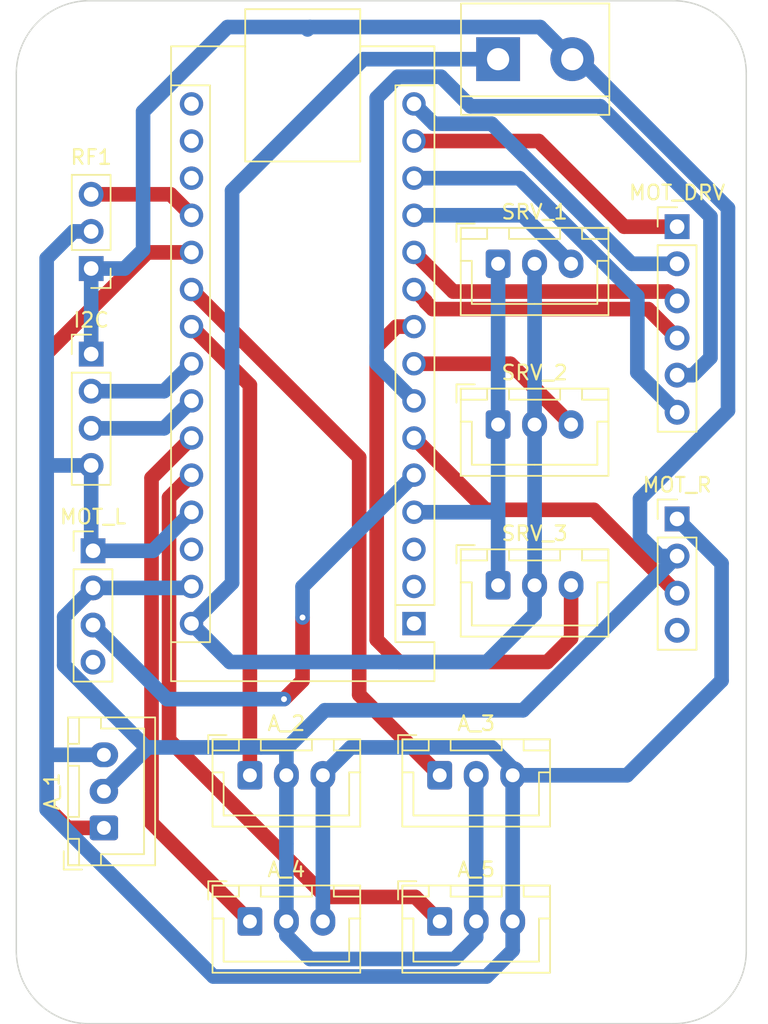
<source format=kicad_pcb>
(kicad_pcb (version 20221018) (generator pcbnew)
  (layers (0 "F.Cu" signal) (31 "B.Cu" signal) (34 "B.Paste" user) (35 "F.Paste" user) (36 "B.SilkS" user "B.Silkscreen") (37 "F.SilkS" user "F.Silkscreen") (38 "B.Mask" user) (39 "F.Mask" user) (44 "Edge.Cuts" user))
  (net 0 "")
  (net 4 "GND")
  (net 5 "ENC_L")
  (net 6 "ENC_R")
  (net 7 "INB_L")
  (net 8 "PWM_L")
  (net 9 "PWM_R")
  (net 10 "INB_R")
  (net 11 "INA_R")
  (net 12 "PWM_0")
  (net 13 "PWM_1")
  (net 14 "PWM_2")
  (net 15 "INA_L")
  (net 19 "PPM")
  (net 20 "A_0")
  (net 21 "A_1")
  (net 22 "A_2")
  (net 23 "SDA")
  (net 24 "SCL")
  (net 25 "A_3")
  (net 26 "A_4")
  (net 27 "+5V")
  (net 29 "VDC")
  (footprint "Connector_PinHeader_2.54mm:PinHeader_1x04_P2.54mm_Vertical" (layer "F.Cu") (at 135.128 74.178)
    (fp_text reference "I2C" (at 0 -2.33) (layer "F.SilkS"))
    (fp_text value "Conn_01x04_Pin")
    (fp_line (start -1.33 -1.33) (end 0 -1.33) (stroke (width 0.12)) (layer "F.SilkS"))
    (fp_line (start -1.33 0) (end -1.33 -1.33) (stroke (width 0.12)) (layer "F.SilkS"))
    (fp_line (start -1.33 1.27) (end -1.33 8.95) (stroke (width 0.12)) (layer "F.SilkS"))
    (fp_line (start -1.33 1.27) (end 1.33 1.27) (stroke (width 0.12)) (layer "F.SilkS"))
    (fp_line (start -1.33 8.95) (end 1.33 8.95) (stroke (width 0.12)) (layer "F.SilkS"))
    (fp_line (start 1.33 1.27) (end 1.33 8.95) (stroke (width 0.12)) (layer "F.SilkS"))
    (pad "1" thru_hole rect (at 0 0) (size 1.7 1.7) (drill 1) (layers "*.Cu" "*.Mask") (net 4 "GND"))
    (pad "2" thru_hole oval (at 0 2.54) (size 1.7 1.7) (drill 1) (layers "*.Cu" "*.Mask") (net 23 "SDA"))
    (pad "3" thru_hole oval (at 0 5.08) (size 1.7 1.7) (drill 1) (layers "*.Cu" "*.Mask") (net 24 "SCL"))
    (pad "4" thru_hole oval (at 0 7.62) (size 1.7 1.7) (drill 1) (layers "*.Cu" "*.Mask") (net 27 "+5V"))
  )
  (footprint "MountingHole:MountingHole_3.2mm_M3" (layer "F.Cu") (at 175 115)
    (fp_text reference "H4" hide)
    (fp_text value "MountingHole")
    (pad "" np_thru_hole circle (at 0 0) (size 3.2 3.2) (drill 3.2) (layers "*.Cu" "*.Mask"))
  )
  (footprint "MountingHole:MountingHole_3.2mm_M3" (layer "F.Cu") (at 175 55)
    (fp_text reference "H2" hide)
    (fp_text value "MountingHole")
    (pad "" np_thru_hole circle (at 0 0) (size 3.2 3.2) (drill 3.2) (layers "*.Cu" "*.Mask"))
  )
  (footprint "Connector_JST:JST_XH_B3B-XH-A_1x03_P2.50mm_Vertical" (layer "F.Cu") (at 163 90)
    (fp_text reference "SRV_3" (at 2.5 -3.55) (layer "F.SilkS"))
    (fp_text value "Conn_01x03")
    (fp_line (start -2.85 -2.75) (end -2.85 -1.5) (stroke (width 0.12)) (layer "F.SilkS"))
    (fp_line (start -2.56 -2.46) (end -2.56 3.51) (stroke (width 0.12)) (layer "F.SilkS"))
    (fp_line (start -2.56 3.51) (end 7.56 3.51) (stroke (width 0.12)) (layer "F.SilkS"))
    (fp_line (start -2.55 -2.45) (end -2.55 -1.7) (stroke (width 0.12)) (layer "F.SilkS"))
    (fp_line (start -2.55 -1.7) (end -0.75 -1.7) (stroke (width 0.12)) (layer "F.SilkS"))
    (fp_line (start -2.55 -0.2) (end -1.8 -0.2) (stroke (width 0.12)) (layer "F.SilkS"))
    (fp_line (start -1.8 -0.2) (end -1.8 2.75) (stroke (width 0.12)) (layer "F.SilkS"))
    (fp_line (start -1.8 2.75) (end 2.5 2.75) (stroke (width 0.12)) (layer "F.SilkS"))
    (fp_line (start -1.6 -2.75) (end -2.85 -2.75) (stroke (width 0.12)) (layer "F.SilkS"))
    (fp_line (start -0.75 -2.45) (end -2.55 -2.45) (stroke (width 0.12)) (layer "F.SilkS"))
    (fp_line (start -0.75 -1.7) (end -0.75 -2.45) (stroke (width 0.12)) (layer "F.SilkS"))
    (fp_line (start 0.75 -2.45) (end 0.75 -1.7) (stroke (width 0.12)) (layer "F.SilkS"))
    (fp_line (start 0.75 -1.7) (end 4.25 -1.7) (stroke (width 0.12)) (layer "F.SilkS"))
    (fp_line (start 4.25 -2.45) (end 0.75 -2.45) (stroke (width 0.12)) (layer "F.SilkS"))
    (fp_line (start 4.25 -1.7) (end 4.25 -2.45) (stroke (width 0.12)) (layer "F.SilkS"))
    (fp_line (start 5.75 -2.45) (end 5.75 -1.7) (stroke (width 0.12)) (layer "F.SilkS"))
    (fp_line (start 5.75 -1.7) (end 7.55 -1.7) (stroke (width 0.12)) (layer "F.SilkS"))
    (fp_line (start 6.8 -0.2) (end 6.8 2.75) (stroke (width 0.12)) (layer "F.SilkS"))
    (fp_line (start 6.8 2.75) (end 2.5 2.75) (stroke (width 0.12)) (layer "F.SilkS"))
    (fp_line (start 7.55 -2.45) (end 5.75 -2.45) (stroke (width 0.12)) (layer "F.SilkS"))
    (fp_line (start 7.55 -1.7) (end 7.55 -2.45) (stroke (width 0.12)) (layer "F.SilkS"))
    (fp_line (start 7.55 -0.2) (end 6.8 -0.2) (stroke (width 0.12)) (layer "F.SilkS"))
    (fp_line (start 7.56 -2.46) (end -2.56 -2.46) (stroke (width 0.12)) (layer "F.SilkS"))
    (fp_line (start 7.56 3.51) (end 7.56 -2.46) (stroke (width 0.12)) (layer "F.SilkS"))
    (pad "1" thru_hole roundrect (at 0 0) (size 1.7 1.95) (drill 0.95) (layers "*.Cu" "*.Mask") (roundrect_rratio 0.147059) (net 4 "GND"))
    (pad "2" thru_hole oval (at 2.5 0) (size 1.7 1.95) (drill 0.95) (layers "*.Cu" "*.Mask") (net 29 "VDC"))
    (pad "3" thru_hole oval (at 5 0) (size 1.7 1.95) (drill 0.95) (layers "*.Cu" "*.Mask") (net 14 "PWM_2"))
  )
  (footprint "Connector_PinHeader_2.54mm:PinHeader_1x03_P2.54mm_Vertical" (layer "F.Cu") (at 135.128 68.326 180)
    (fp_text reference "RF1" (at 0 7.62) (layer "F.SilkS"))
    (fp_text value "Conn_01x03")
    (fp_line (start -1.33 -1.33) (end 0 -1.33) (stroke (width 0.12)) (layer "F.SilkS"))
    (fp_line (start -1.33 0) (end -1.33 -1.33) (stroke (width 0.12)) (layer "F.SilkS"))
    (fp_line (start -1.33 1.27) (end -1.33 6.41) (stroke (width 0.12)) (layer "F.SilkS"))
    (fp_line (start -1.33 1.27) (end 1.33 1.27) (stroke (width 0.12)) (layer "F.SilkS"))
    (fp_line (start -1.33 6.41) (end 1.33 6.41) (stroke (width 0.12)) (layer "F.SilkS"))
    (fp_line (start 1.33 1.27) (end 1.33 6.41) (stroke (width 0.12)) (layer "F.SilkS"))
    (pad "1" thru_hole rect (at 0 0 180) (size 1.7 1.7) (drill 1) (layers "*.Cu" "*.Mask") (net 4 "GND"))
    (pad "2" thru_hole oval (at 0 2.54 180) (size 1.7 1.7) (drill 1) (layers "*.Cu" "*.Mask") (net 27 "+5V"))
    (pad "3" thru_hole oval (at 0 5.08 180) (size 1.7 1.7) (drill 1) (layers "*.Cu" "*.Mask") (net 19 "PPM"))
  )
  (footprint "Connector_PinHeader_2.54mm:PinHeader_1x06_P2.54mm_Vertical" (layer "F.Cu") (at 175.26 65.46)
    (fp_text reference "MOT_DRV" (at 0 -2.33) (layer "F.SilkS"))
    (fp_text value "Conn_01x06_Pin")
    (fp_line (start -1.33 -1.33) (end 0 -1.33) (stroke (width 0.12)) (layer "F.SilkS"))
    (fp_line (start -1.33 0) (end -1.33 -1.33) (stroke (width 0.12)) (layer "F.SilkS"))
    (fp_line (start -1.33 1.27) (end -1.33 14.03) (stroke (width 0.12)) (layer "F.SilkS"))
    (fp_line (start -1.33 1.27) (end 1.33 1.27) (stroke (width 0.12)) (layer "F.SilkS"))
    (fp_line (start -1.33 14.03) (end 1.33 14.03) (stroke (width 0.12)) (layer "F.SilkS"))
    (fp_line (start 1.33 1.27) (end 1.33 14.03) (stroke (width 0.12)) (layer "F.SilkS"))
    (pad "1" thru_hole rect (at 0 0) (size 1.7 1.7) (drill 1) (layers "*.Cu" "*.Mask") (net 8 "PWM_L"))
    (pad "2" thru_hole oval (at 0 2.54) (size 1.7 1.7) (drill 1) (layers "*.Cu" "*.Mask") (net 15 "INA_L"))
    (pad "3" thru_hole oval (at 0 5.08) (size 1.7 1.7) (drill 1) (layers "*.Cu" "*.Mask") (net 7 "INB_L"))
    (pad "4" thru_hole oval (at 0 7.62) (size 1.7 1.7) (drill 1) (layers "*.Cu" "*.Mask") (net 11 "INA_R"))
    (pad "5" thru_hole oval (at 0 10.16) (size 1.7 1.7) (drill 1) (layers "*.Cu" "*.Mask") (net 10 "INB_R"))
    (pad "6" thru_hole oval (at 0 12.7) (size 1.7 1.7) (drill 1) (layers "*.Cu" "*.Mask") (net 9 "PWM_R"))
  )
  (footprint "Connector_JST:JST_XH_B3B-XH-A_1x03_P2.50mm_Vertical" (layer "F.Cu") (at 146 103)
    (fp_text reference "A_2" (at 2.5 -3.55) (layer "F.SilkS"))
    (fp_text value "Conn_01x03")
    (fp_line (start -2.85 -2.75) (end -2.85 -1.5) (stroke (width 0.12)) (layer "F.SilkS"))
    (fp_line (start -2.56 -2.46) (end -2.56 3.51) (stroke (width 0.12)) (layer "F.SilkS"))
    (fp_line (start -2.56 3.51) (end 7.56 3.51) (stroke (width 0.12)) (layer "F.SilkS"))
    (fp_line (start -2.55 -2.45) (end -2.55 -1.7) (stroke (width 0.12)) (layer "F.SilkS"))
    (fp_line (start -2.55 -1.7) (end -0.75 -1.7) (stroke (width 0.12)) (layer "F.SilkS"))
    (fp_line (start -2.55 -0.2) (end -1.8 -0.2) (stroke (width 0.12)) (layer "F.SilkS"))
    (fp_line (start -1.8 -0.2) (end -1.8 2.75) (stroke (width 0.12)) (layer "F.SilkS"))
    (fp_line (start -1.8 2.75) (end 2.5 2.75) (stroke (width 0.12)) (layer "F.SilkS"))
    (fp_line (start -1.6 -2.75) (end -2.85 -2.75) (stroke (width 0.12)) (layer "F.SilkS"))
    (fp_line (start -0.75 -2.45) (end -2.55 -2.45) (stroke (width 0.12)) (layer "F.SilkS"))
    (fp_line (start -0.75 -1.7) (end -0.75 -2.45) (stroke (width 0.12)) (layer "F.SilkS"))
    (fp_line (start 0.75 -2.45) (end 0.75 -1.7) (stroke (width 0.12)) (layer "F.SilkS"))
    (fp_line (start 0.75 -1.7) (end 4.25 -1.7) (stroke (width 0.12)) (layer "F.SilkS"))
    (fp_line (start 4.25 -2.45) (end 0.75 -2.45) (stroke (width 0.12)) (layer "F.SilkS"))
    (fp_line (start 4.25 -1.7) (end 4.25 -2.45) (stroke (width 0.12)) (layer "F.SilkS"))
    (fp_line (start 5.75 -2.45) (end 5.75 -1.7) (stroke (width 0.12)) (layer "F.SilkS"))
    (fp_line (start 5.75 -1.7) (end 7.55 -1.7) (stroke (width 0.12)) (layer "F.SilkS"))
    (fp_line (start 6.8 -0.2) (end 6.8 2.75) (stroke (width 0.12)) (layer "F.SilkS"))
    (fp_line (start 6.8 2.75) (end 2.5 2.75) (stroke (width 0.12)) (layer "F.SilkS"))
    (fp_line (start 7.55 -2.45) (end 5.75 -2.45) (stroke (width 0.12)) (layer "F.SilkS"))
    (fp_line (start 7.55 -1.7) (end 7.55 -2.45) (stroke (width 0.12)) (layer "F.SilkS"))
    (fp_line (start 7.55 -0.2) (end 6.8 -0.2) (stroke (width 0.12)) (layer "F.SilkS"))
    (fp_line (start 7.56 -2.46) (end -2.56 -2.46) (stroke (width 0.12)) (layer "F.SilkS"))
    (fp_line (start 7.56 3.51) (end 7.56 -2.46) (stroke (width 0.12)) (layer "F.SilkS"))
    (pad "1" thru_hole roundrect (at 0 0) (size 1.7 1.95) (drill 0.95) (layers "*.Cu" "*.Mask") (roundrect_rratio 0.147059) (net 21 "A_1"))
    (pad "2" thru_hole oval (at 2.5 0) (size 1.7 1.95) (drill 0.95) (layers "*.Cu" "*.Mask") (net 4 "GND"))
    (pad "3" thru_hole oval (at 5 0) (size 1.7 1.95) (drill 0.95) (layers "*.Cu" "*.Mask") (net 27 "+5V"))
  )
  (footprint "Connector_JST:JST_XH_B3B-XH-A_1x03_P2.50mm_Vertical" (layer "F.Cu") (at 159 103)
    (fp_text reference "A_3" (at 2.5 -3.55) (layer "F.SilkS"))
    (fp_text value "Conn_01x03")
    (fp_line (start -2.85 -2.75) (end -2.85 -1.5) (stroke (width 0.12)) (layer "F.SilkS"))
    (fp_line (start -2.56 -2.46) (end -2.56 3.51) (stroke (width 0.12)) (layer "F.SilkS"))
    (fp_line (start -2.56 3.51) (end 7.56 3.51) (stroke (width 0.12)) (layer "F.SilkS"))
    (fp_line (start -2.55 -2.45) (end -2.55 -1.7) (stroke (width 0.12)) (layer "F.SilkS"))
    (fp_line (start -2.55 -1.7) (end -0.75 -1.7) (stroke (width 0.12)) (layer "F.SilkS"))
    (fp_line (start -2.55 -0.2) (end -1.8 -0.2) (stroke (width 0.12)) (layer "F.SilkS"))
    (fp_line (start -1.8 -0.2) (end -1.8 2.75) (stroke (width 0.12)) (layer "F.SilkS"))
    (fp_line (start -1.8 2.75) (end 2.5 2.75) (stroke (width 0.12)) (layer "F.SilkS"))
    (fp_line (start -1.6 -2.75) (end -2.85 -2.75) (stroke (width 0.12)) (layer "F.SilkS"))
    (fp_line (start -0.75 -2.45) (end -2.55 -2.45) (stroke (width 0.12)) (layer "F.SilkS"))
    (fp_line (start -0.75 -1.7) (end -0.75 -2.45) (stroke (width 0.12)) (layer "F.SilkS"))
    (fp_line (start 0.75 -2.45) (end 0.75 -1.7) (stroke (width 0.12)) (layer "F.SilkS"))
    (fp_line (start 0.75 -1.7) (end 4.25 -1.7) (stroke (width 0.12)) (layer "F.SilkS"))
    (fp_line (start 4.25 -2.45) (end 0.75 -2.45) (stroke (width 0.12)) (layer "F.SilkS"))
    (fp_line (start 4.25 -1.7) (end 4.25 -2.45) (stroke (width 0.12)) (layer "F.SilkS"))
    (fp_line (start 5.75 -2.45) (end 5.75 -1.7) (stroke (width 0.12)) (layer "F.SilkS"))
    (fp_line (start 5.75 -1.7) (end 7.55 -1.7) (stroke (width 0.12)) (layer "F.SilkS"))
    (fp_line (start 6.8 -0.2) (end 6.8 2.75) (stroke (width 0.12)) (layer "F.SilkS"))
    (fp_line (start 6.8 2.75) (end 2.5 2.75) (stroke (width 0.12)) (layer "F.SilkS"))
    (fp_line (start 7.55 -2.45) (end 5.75 -2.45) (stroke (width 0.12)) (layer "F.SilkS"))
    (fp_line (start 7.55 -1.7) (end 7.55 -2.45) (stroke (width 0.12)) (layer "F.SilkS"))
    (fp_line (start 7.55 -0.2) (end 6.8 -0.2) (stroke (width 0.12)) (layer "F.SilkS"))
    (fp_line (start 7.56 -2.46) (end -2.56 -2.46) (stroke (width 0.12)) (layer "F.SilkS"))
    (fp_line (start 7.56 3.51) (end 7.56 -2.46) (stroke (width 0.12)) (layer "F.SilkS"))
    (pad "1" thru_hole roundrect (at 0 0) (size 1.7 1.95) (drill 0.95) (layers "*.Cu" "*.Mask") (roundrect_rratio 0.147059) (net 22 "A_2"))
    (pad "2" thru_hole oval (at 2.5 0) (size 1.7 1.95) (drill 0.95) (layers "*.Cu" "*.Mask") (net 4 "GND"))
    (pad "3" thru_hole oval (at 5 0) (size 1.7 1.95) (drill 0.95) (layers "*.Cu" "*.Mask") (net 27 "+5V"))
  )
  (footprint "TerminalBlock:TerminalBlock_bornier-2_P5.08mm" (layer "F.Cu") (at 163 54)
    (fp_text reference "PWR" hide)
    (fp_text value "Conn_01x02_Pin")
    (fp_line (start -2.54 -3.81) (end -2.54 3.81) (stroke (width 0.12)) (layer "F.SilkS"))
    (fp_line (start -2.54 3.81) (end 7.62 3.81) (stroke (width 0.12)) (layer "F.SilkS"))
    (fp_line (start 7.62 -3.81) (end -2.54 -3.81) (stroke (width 0.12)) (layer "F.SilkS"))
    (fp_line (start 7.62 2.54) (end -2.54 2.54) (stroke (width 0.12)) (layer "F.SilkS"))
    (fp_line (start 7.62 3.81) (end 7.62 -3.81) (stroke (width 0.12)) (layer "F.SilkS"))
    (pad "1" thru_hole rect (at 0 0) (size 3 3) (drill 1.52) (layers "*.Cu" "*.Mask") (net 29 "VDC"))
    (pad "2" thru_hole circle (at 5.08 0) (size 3 3) (drill 1.52) (layers "*.Cu" "*.Mask") (net 4 "GND"))
  )
  (footprint "Connector_JST:JST_XH_B3B-XH-A_1x03_P2.50mm_Vertical" (layer "F.Cu") (at 136 106.6 90)
    (fp_text reference "A_1" (at 2.5 -3.55 90) (layer "F.SilkS"))
    (fp_text value "Conn_01x03")
    (fp_line (start -2.85 -2.75) (end -2.85 -1.5) (stroke (width 0.12)) (layer "F.SilkS"))
    (fp_line (start -2.56 -2.46) (end -2.56 3.51) (stroke (width 0.12)) (layer "F.SilkS"))
    (fp_line (start -2.56 3.51) (end 7.56 3.51) (stroke (width 0.12)) (layer "F.SilkS"))
    (fp_line (start -2.55 -2.45) (end -2.55 -1.7) (stroke (width 0.12)) (layer "F.SilkS"))
    (fp_line (start -2.55 -1.7) (end -0.75 -1.7) (stroke (width 0.12)) (layer "F.SilkS"))
    (fp_line (start -2.55 -0.2) (end -1.8 -0.2) (stroke (width 0.12)) (layer "F.SilkS"))
    (fp_line (start -1.8 -0.2) (end -1.8 2.75) (stroke (width 0.12)) (layer "F.SilkS"))
    (fp_line (start -1.8 2.75) (end 2.5 2.75) (stroke (width 0.12)) (layer "F.SilkS"))
    (fp_line (start -1.6 -2.75) (end -2.85 -2.75) (stroke (width 0.12)) (layer "F.SilkS"))
    (fp_line (start -0.75 -2.45) (end -2.55 -2.45) (stroke (width 0.12)) (layer "F.SilkS"))
    (fp_line (start -0.75 -1.7) (end -0.75 -2.45) (stroke (width 0.12)) (layer "F.SilkS"))
    (fp_line (start 0.75 -2.45) (end 0.75 -1.7) (stroke (width 0.12)) (layer "F.SilkS"))
    (fp_line (start 0.75 -1.7) (end 4.25 -1.7) (stroke (width 0.12)) (layer "F.SilkS"))
    (fp_line (start 4.25 -2.45) (end 0.75 -2.45) (stroke (width 0.12)) (layer "F.SilkS"))
    (fp_line (start 4.25 -1.7) (end 4.25 -2.45) (stroke (width 0.12)) (layer "F.SilkS"))
    (fp_line (start 5.75 -2.45) (end 5.75 -1.7) (stroke (width 0.12)) (layer "F.SilkS"))
    (fp_line (start 5.75 -1.7) (end 7.55 -1.7) (stroke (width 0.12)) (layer "F.SilkS"))
    (fp_line (start 6.8 -0.2) (end 6.8 2.75) (stroke (width 0.12)) (layer "F.SilkS"))
    (fp_line (start 6.8 2.75) (end 2.5 2.75) (stroke (width 0.12)) (layer "F.SilkS"))
    (fp_line (start 7.55 -2.45) (end 5.75 -2.45) (stroke (width 0.12)) (layer "F.SilkS"))
    (fp_line (start 7.55 -1.7) (end 7.55 -2.45) (stroke (width 0.12)) (layer "F.SilkS"))
    (fp_line (start 7.55 -0.2) (end 6.8 -0.2) (stroke (width 0.12)) (layer "F.SilkS"))
    (fp_line (start 7.56 -2.46) (end -2.56 -2.46) (stroke (width 0.12)) (layer "F.SilkS"))
    (fp_line (start 7.56 3.51) (end 7.56 -2.46) (stroke (width 0.12)) (layer "F.SilkS"))
    (pad "1" thru_hole roundrect (at 0 0 90) (size 1.7 1.95) (drill 0.95) (layers "*.Cu" "*.Mask") (roundrect_rratio 0.147059) (net 20 "A_0"))
    (pad "2" thru_hole oval (at 2.5 0 90) (size 1.7 1.95) (drill 0.95) (layers "*.Cu" "*.Mask") (net 4 "GND"))
    (pad "3" thru_hole oval (at 5 0 90) (size 1.7 1.95) (drill 0.95) (layers "*.Cu" "*.Mask") (net 27 "+5V"))
  )
  (footprint "Connector_PinHeader_2.54mm:PinHeader_1x04_P2.54mm_Vertical" (layer "F.Cu") (at 135.255 87.64)
    (fp_text reference "MOT_L" (at 0 -2.33) (layer "F.SilkS"))
    (fp_text value "Conn_01x04_Pin")
    (fp_line (start -1.33 -1.33) (end 0 -1.33) (stroke (width 0.12)) (layer "F.SilkS"))
    (fp_line (start -1.33 0) (end -1.33 -1.33) (stroke (width 0.12)) (layer "F.SilkS"))
    (fp_line (start -1.33 1.27) (end -1.33 8.95) (stroke (width 0.12)) (layer "F.SilkS"))
    (fp_line (start -1.33 1.27) (end 1.33 1.27) (stroke (width 0.12)) (layer "F.SilkS"))
    (fp_line (start -1.33 8.95) (end 1.33 8.95) (stroke (width 0.12)) (layer "F.SilkS"))
    (fp_line (start 1.33 1.27) (end 1.33 8.95) (stroke (width 0.12)) (layer "F.SilkS"))
    (pad "1" thru_hole rect (at 0 0) (size 1.7 1.7) (drill 1) (layers "*.Cu" "*.Mask") (net 27 "+5V"))
    (pad "2" thru_hole oval (at 0 2.54) (size 1.7 1.7) (drill 1) (layers "*.Cu" "*.Mask") (net 4 "GND"))
    (pad "3" thru_hole oval (at 0 5.08) (size 1.7 1.7) (drill 1) (layers "*.Cu" "*.Mask") (net 5 "ENC_L"))
    (pad "4" thru_hole oval (at 0 7.62) (size 1.7 1.7) (drill 1) (layers "*.Cu" "*.Mask"))
  )
  (footprint "Connector_JST:JST_XH_B3B-XH-A_1x03_P2.50mm_Vertical" (layer "F.Cu") (at 163 68)
    (fp_text reference "SRV_1" (at 2.5 -3.55) (layer "F.SilkS"))
    (fp_text value "Conn_01x03")
    (fp_line (start -2.85 -2.75) (end -2.85 -1.5) (stroke (width 0.12)) (layer "F.SilkS"))
    (fp_line (start -2.56 -2.46) (end -2.56 3.51) (stroke (width 0.12)) (layer "F.SilkS"))
    (fp_line (start -2.56 3.51) (end 7.56 3.51) (stroke (width 0.12)) (layer "F.SilkS"))
    (fp_line (start -2.55 -2.45) (end -2.55 -1.7) (stroke (width 0.12)) (layer "F.SilkS"))
    (fp_line (start -2.55 -1.7) (end -0.75 -1.7) (stroke (width 0.12)) (layer "F.SilkS"))
    (fp_line (start -2.55 -0.2) (end -1.8 -0.2) (stroke (width 0.12)) (layer "F.SilkS"))
    (fp_line (start -1.8 -0.2) (end -1.8 2.75) (stroke (width 0.12)) (layer "F.SilkS"))
    (fp_line (start -1.8 2.75) (end 2.5 2.75) (stroke (width 0.12)) (layer "F.SilkS"))
    (fp_line (start -1.6 -2.75) (end -2.85 -2.75) (stroke (width 0.12)) (layer "F.SilkS"))
    (fp_line (start -0.75 -2.45) (end -2.55 -2.45) (stroke (width 0.12)) (layer "F.SilkS"))
    (fp_line (start -0.75 -1.7) (end -0.75 -2.45) (stroke (width 0.12)) (layer "F.SilkS"))
    (fp_line (start 0.75 -2.45) (end 0.75 -1.7) (stroke (width 0.12)) (layer "F.SilkS"))
    (fp_line (start 0.75 -1.7) (end 4.25 -1.7) (stroke (width 0.12)) (layer "F.SilkS"))
    (fp_line (start 4.25 -2.45) (end 0.75 -2.45) (stroke (width 0.12)) (layer "F.SilkS"))
    (fp_line (start 4.25 -1.7) (end 4.25 -2.45) (stroke (width 0.12)) (layer "F.SilkS"))
    (fp_line (start 5.75 -2.45) (end 5.75 -1.7) (stroke (width 0.12)) (layer "F.SilkS"))
    (fp_line (start 5.75 -1.7) (end 7.55 -1.7) (stroke (width 0.12)) (layer "F.SilkS"))
    (fp_line (start 6.8 -0.2) (end 6.8 2.75) (stroke (width 0.12)) (layer "F.SilkS"))
    (fp_line (start 6.8 2.75) (end 2.5 2.75) (stroke (width 0.12)) (layer "F.SilkS"))
    (fp_line (start 7.55 -2.45) (end 5.75 -2.45) (stroke (width 0.12)) (layer "F.SilkS"))
    (fp_line (start 7.55 -1.7) (end 7.55 -2.45) (stroke (width 0.12)) (layer "F.SilkS"))
    (fp_line (start 7.55 -0.2) (end 6.8 -0.2) (stroke (width 0.12)) (layer "F.SilkS"))
    (fp_line (start 7.56 -2.46) (end -2.56 -2.46) (stroke (width 0.12)) (layer "F.SilkS"))
    (fp_line (start 7.56 3.51) (end 7.56 -2.46) (stroke (width 0.12)) (layer "F.SilkS"))
    (pad "1" thru_hole roundrect (at 0 0) (size 1.7 1.95) (drill 0.95) (layers "*.Cu" "*.Mask") (roundrect_rratio 0.147059) (net 4 "GND"))
    (pad "2" thru_hole oval (at 2.5 0) (size 1.7 1.95) (drill 0.95) (layers "*.Cu" "*.Mask") (net 29 "VDC"))
    (pad "3" thru_hole oval (at 5 0) (size 1.7 1.95) (drill 0.95) (layers "*.Cu" "*.Mask") (net 12 "PWM_0"))
  )
  (footprint "Connector_JST:JST_XH_B3B-XH-A_1x03_P2.50mm_Vertical" (layer "F.Cu") (at 159 113)
    (fp_text reference "A_5" (at 2.5 -3.55) (layer "F.SilkS"))
    (fp_text value "Conn_01x03")
    (fp_line (start -2.85 -2.75) (end -2.85 -1.5) (stroke (width 0.12)) (layer "F.SilkS"))
    (fp_line (start -2.56 -2.46) (end -2.56 3.51) (stroke (width 0.12)) (layer "F.SilkS"))
    (fp_line (start -2.56 3.51) (end 7.56 3.51) (stroke (width 0.12)) (layer "F.SilkS"))
    (fp_line (start -2.55 -2.45) (end -2.55 -1.7) (stroke (width 0.12)) (layer "F.SilkS"))
    (fp_line (start -2.55 -1.7) (end -0.75 -1.7) (stroke (width 0.12)) (layer "F.SilkS"))
    (fp_line (start -2.55 -0.2) (end -1.8 -0.2) (stroke (width 0.12)) (layer "F.SilkS"))
    (fp_line (start -1.8 -0.2) (end -1.8 2.75) (stroke (width 0.12)) (layer "F.SilkS"))
    (fp_line (start -1.8 2.75) (end 2.5 2.75) (stroke (width 0.12)) (layer "F.SilkS"))
    (fp_line (start -1.6 -2.75) (end -2.85 -2.75) (stroke (width 0.12)) (layer "F.SilkS"))
    (fp_line (start -0.75 -2.45) (end -2.55 -2.45) (stroke (width 0.12)) (layer "F.SilkS"))
    (fp_line (start -0.75 -1.7) (end -0.75 -2.45) (stroke (width 0.12)) (layer "F.SilkS"))
    (fp_line (start 0.75 -2.45) (end 0.75 -1.7) (stroke (width 0.12)) (layer "F.SilkS"))
    (fp_line (start 0.75 -1.7) (end 4.25 -1.7) (stroke (width 0.12)) (layer "F.SilkS"))
    (fp_line (start 4.25 -2.45) (end 0.75 -2.45) (stroke (width 0.12)) (layer "F.SilkS"))
    (fp_line (start 4.25 -1.7) (end 4.25 -2.45) (stroke (width 0.12)) (layer "F.SilkS"))
    (fp_line (start 5.75 -2.45) (end 5.75 -1.7) (stroke (width 0.12)) (layer "F.SilkS"))
    (fp_line (start 5.75 -1.7) (end 7.55 -1.7) (stroke (width 0.12)) (layer "F.SilkS"))
    (fp_line (start 6.8 -0.2) (end 6.8 2.75) (stroke (width 0.12)) (layer "F.SilkS"))
    (fp_line (start 6.8 2.75) (end 2.5 2.75) (stroke (width 0.12)) (layer "F.SilkS"))
    (fp_line (start 7.55 -2.45) (end 5.75 -2.45) (stroke (width 0.12)) (layer "F.SilkS"))
    (fp_line (start 7.55 -1.7) (end 7.55 -2.45) (stroke (width 0.12)) (layer "F.SilkS"))
    (fp_line (start 7.55 -0.2) (end 6.8 -0.2) (stroke (width 0.12)) (layer "F.SilkS"))
    (fp_line (start 7.56 -2.46) (end -2.56 -2.46) (stroke (width 0.12)) (layer "F.SilkS"))
    (fp_line (start 7.56 3.51) (end 7.56 -2.46) (stroke (width 0.12)) (layer "F.SilkS"))
    (pad "1" thru_hole roundrect (at 0 0) (size 1.7 1.95) (drill 0.95) (layers "*.Cu" "*.Mask") (roundrect_rratio 0.147059) (net 26 "A_4"))
    (pad "2" thru_hole oval (at 2.5 0) (size 1.7 1.95) (drill 0.95) (layers "*.Cu" "*.Mask") (net 4 "GND"))
    (pad "3" thru_hole oval (at 5 0) (size 1.7 1.95) (drill 0.95) (layers "*.Cu" "*.Mask") (net 27 "+5V"))
  )
  (footprint "Connector_JST:JST_XH_B3B-XH-A_1x03_P2.50mm_Vertical" (layer "F.Cu") (at 163 79)
    (fp_text reference "SRV_2" (at 2.5 -3.55) (layer "F.SilkS"))
    (fp_text value "Conn_01x03")
    (fp_line (start -2.85 -2.75) (end -2.85 -1.5) (stroke (width 0.12)) (layer "F.SilkS"))
    (fp_line (start -2.56 -2.46) (end -2.56 3.51) (stroke (width 0.12)) (layer "F.SilkS"))
    (fp_line (start -2.56 3.51) (end 7.56 3.51) (stroke (width 0.12)) (layer "F.SilkS"))
    (fp_line (start -2.55 -2.45) (end -2.55 -1.7) (stroke (width 0.12)) (layer "F.SilkS"))
    (fp_line (start -2.55 -1.7) (end -0.75 -1.7) (stroke (width 0.12)) (layer "F.SilkS"))
    (fp_line (start -2.55 -0.2) (end -1.8 -0.2) (stroke (width 0.12)) (layer "F.SilkS"))
    (fp_line (start -1.8 -0.2) (end -1.8 2.75) (stroke (width 0.12)) (layer "F.SilkS"))
    (fp_line (start -1.8 2.75) (end 2.5 2.75) (stroke (width 0.12)) (layer "F.SilkS"))
    (fp_line (start -1.6 -2.75) (end -2.85 -2.75) (stroke (width 0.12)) (layer "F.SilkS"))
    (fp_line (start -0.75 -2.45) (end -2.55 -2.45) (stroke (width 0.12)) (layer "F.SilkS"))
    (fp_line (start -0.75 -1.7) (end -0.75 -2.45) (stroke (width 0.12)) (layer "F.SilkS"))
    (fp_line (start 0.75 -2.45) (end 0.75 -1.7) (stroke (width 0.12)) (layer "F.SilkS"))
    (fp_line (start 0.75 -1.7) (end 4.25 -1.7) (stroke (width 0.12)) (layer "F.SilkS"))
    (fp_line (start 4.25 -2.45) (end 0.75 -2.45) (stroke (width 0.12)) (layer "F.SilkS"))
    (fp_line (start 4.25 -1.7) (end 4.25 -2.45) (stroke (width 0.12)) (layer "F.SilkS"))
    (fp_line (start 5.75 -2.45) (end 5.75 -1.7) (stroke (width 0.12)) (layer "F.SilkS"))
    (fp_line (start 5.75 -1.7) (end 7.55 -1.7) (stroke (width 0.12)) (layer "F.SilkS"))
    (fp_line (start 6.8 -0.2) (end 6.8 2.75) (stroke (width 0.12)) (layer "F.SilkS"))
    (fp_line (start 6.8 2.75) (end 2.5 2.75) (stroke (width 0.12)) (layer "F.SilkS"))
    (fp_line (start 7.55 -2.45) (end 5.75 -2.45) (stroke (width 0.12)) (layer "F.SilkS"))
    (fp_line (start 7.55 -1.7) (end 7.55 -2.45) (stroke (width 0.12)) (layer "F.SilkS"))
    (fp_line (start 7.55 -0.2) (end 6.8 -0.2) (stroke (width 0.12)) (layer "F.SilkS"))
    (fp_line (start 7.56 -2.46) (end -2.56 -2.46) (stroke (width 0.12)) (layer "F.SilkS"))
    (fp_line (start 7.56 3.51) (end 7.56 -2.46) (stroke (width 0.12)) (layer "F.SilkS"))
    (pad "1" thru_hole roundrect (at 0 0) (size 1.7 1.95) (drill 0.95) (layers "*.Cu" "*.Mask") (roundrect_rratio 0.147059) (net 4 "GND"))
    (pad "2" thru_hole oval (at 2.5 0) (size 1.7 1.95) (drill 0.95) (layers "*.Cu" "*.Mask") (net 29 "VDC"))
    (pad "3" thru_hole oval (at 5 0) (size 1.7 1.95) (drill 0.95) (layers "*.Cu" "*.Mask") (net 13 "PWM_1"))
  )
  (footprint "MountingHole:MountingHole_3.2mm_M3" (layer "F.Cu") (at 135 115)
    (fp_text reference "H3" hide)
    (fp_text value "MountingHole")
    (pad "" np_thru_hole circle (at 0 0) (size 3.2 3.2) (drill 3.2) (layers "*.Cu" "*.Mask"))
  )
  (footprint "Connector_JST:JST_XH_B3B-XH-A_1x03_P2.50mm_Vertical" (layer "F.Cu") (at 146 113)
    (fp_text reference "A_4" (at 2.5 -3.55) (layer "F.SilkS"))
    (fp_text value "Conn_01x03")
    (fp_line (start -2.85 -2.75) (end -2.85 -1.5) (stroke (width 0.12)) (layer "F.SilkS"))
    (fp_line (start -2.56 -2.46) (end -2.56 3.51) (stroke (width 0.12)) (layer "F.SilkS"))
    (fp_line (start -2.56 3.51) (end 7.56 3.51) (stroke (width 0.12)) (layer "F.SilkS"))
    (fp_line (start -2.55 -2.45) (end -2.55 -1.7) (stroke (width 0.12)) (layer "F.SilkS"))
    (fp_line (start -2.55 -1.7) (end -0.75 -1.7) (stroke (width 0.12)) (layer "F.SilkS"))
    (fp_line (start -2.55 -0.2) (end -1.8 -0.2) (stroke (width 0.12)) (layer "F.SilkS"))
    (fp_line (start -1.8 -0.2) (end -1.8 2.75) (stroke (width 0.12)) (layer "F.SilkS"))
    (fp_line (start -1.8 2.75) (end 2.5 2.75) (stroke (width 0.12)) (layer "F.SilkS"))
    (fp_line (start -1.6 -2.75) (end -2.85 -2.75) (stroke (width 0.12)) (layer "F.SilkS"))
    (fp_line (start -0.75 -2.45) (end -2.55 -2.45) (stroke (width 0.12)) (layer "F.SilkS"))
    (fp_line (start -0.75 -1.7) (end -0.75 -2.45) (stroke (width 0.12)) (layer "F.SilkS"))
    (fp_line (start 0.75 -2.45) (end 0.75 -1.7) (stroke (width 0.12)) (layer "F.SilkS"))
    (fp_line (start 0.75 -1.7) (end 4.25 -1.7) (stroke (width 0.12)) (layer "F.SilkS"))
    (fp_line (start 4.25 -2.45) (end 0.75 -2.45) (stroke (width 0.12)) (layer "F.SilkS"))
    (fp_line (start 4.25 -1.7) (end 4.25 -2.45) (stroke (width 0.12)) (layer "F.SilkS"))
    (fp_line (start 5.75 -2.45) (end 5.75 -1.7) (stroke (width 0.12)) (layer "F.SilkS"))
    (fp_line (start 5.75 -1.7) (end 7.55 -1.7) (stroke (width 0.12)) (layer "F.SilkS"))
    (fp_line (start 6.8 -0.2) (end 6.8 2.75) (stroke (width 0.12)) (layer "F.SilkS"))
    (fp_line (start 6.8 2.75) (end 2.5 2.75) (stroke (width 0.12)) (layer "F.SilkS"))
    (fp_line (start 7.55 -2.45) (end 5.75 -2.45) (stroke (width 0.12)) (layer "F.SilkS"))
    (fp_line (start 7.55 -1.7) (end 7.55 -2.45) (stroke (width 0.12)) (layer "F.SilkS"))
    (fp_line (start 7.55 -0.2) (end 6.8 -0.2) (stroke (width 0.12)) (layer "F.SilkS"))
    (fp_line (start 7.56 -2.46) (end -2.56 -2.46) (stroke (width 0.12)) (layer "F.SilkS"))
    (fp_line (start 7.56 3.51) (end 7.56 -2.46) (stroke (width 0.12)) (layer "F.SilkS"))
    (pad "1" thru_hole roundrect (at 0 0) (size 1.7 1.95) (drill 0.95) (layers "*.Cu" "*.Mask") (roundrect_rratio 0.147059) (net 25 "A_3"))
    (pad "2" thru_hole oval (at 2.5 0) (size 1.7 1.95) (drill 0.95) (layers "*.Cu" "*.Mask") (net 4 "GND"))
    (pad "3" thru_hole oval (at 5 0) (size 1.7 1.95) (drill 0.95) (layers "*.Cu" "*.Mask") (net 27 "+5V"))
  )
  (footprint "Connector_PinHeader_2.54mm:PinHeader_1x04_P2.54mm_Vertical" (layer "F.Cu") (at 175.26 85.46)
    (fp_text reference "MOT_R" (at 0 -2.33) (layer "F.SilkS"))
    (fp_text value "Conn_01x04_Pin")
    (fp_line (start -1.33 -1.33) (end 0 -1.33) (stroke (width 0.12)) (layer "F.SilkS"))
    (fp_line (start -1.33 0) (end -1.33 -1.33) (stroke (width 0.12)) (layer "F.SilkS"))
    (fp_line (start -1.33 1.27) (end -1.33 8.95) (stroke (width 0.12)) (layer "F.SilkS"))
    (fp_line (start -1.33 1.27) (end 1.33 1.27) (stroke (width 0.12)) (layer "F.SilkS"))
    (fp_line (start -1.33 8.95) (end 1.33 8.95) (stroke (width 0.12)) (layer "F.SilkS"))
    (fp_line (start 1.33 1.27) (end 1.33 8.95) (stroke (width 0.12)) (layer "F.SilkS"))
    (pad "1" thru_hole rect (at 0 0) (size 1.7 1.7) (drill 1) (layers "*.Cu" "*.Mask") (net 27 "+5V"))
    (pad "2" thru_hole oval (at 0 2.54) (size 1.7 1.7) (drill 1) (layers "*.Cu" "*.Mask") (net 4 "GND"))
    (pad "3" thru_hole oval (at 0 5.08) (size 1.7 1.7) (drill 1) (layers "*.Cu" "*.Mask") (net 6 "ENC_R"))
    (pad "4" thru_hole oval (at 0 7.62) (size 1.7 1.7) (drill 1) (layers "*.Cu" "*.Mask"))
  )
  (footprint "Module:Arduino_Nano" (layer "F.Cu") (at 157.24 92.62 180)
    (fp_text reference "A1" hide)
    (fp_text value "Arduino_Nano_Every")
    (fp_line (start -1.4 -3.94) (end -1.4 -1.27) (stroke (width 0.12)) (layer "F.SilkS"))
    (fp_line (start -1.4 1.27) (end -1.4 39.5) (stroke (width 0.12)) (layer "F.SilkS"))
    (fp_line (start -1.4 39.5) (end 3.68 39.5) (stroke (width 0.12)) (layer "F.SilkS"))
    (fp_line (start 1.27 -1.27) (end -1.4 -1.27) (stroke (width 0.12)) (layer "F.SilkS"))
    (fp_line (start 1.27 1.27) (end -1.4 1.27) (stroke (width 0.12)) (layer "F.SilkS"))
    (fp_line (start 1.27 1.27) (end 1.27 -1.27) (stroke (width 0.12)) (layer "F.SilkS"))
    (fp_line (start 1.27 1.27) (end 1.27 36.83) (stroke (width 0.12)) (layer "F.SilkS"))
    (fp_line (start 1.27 36.83) (end -1.4 36.83) (stroke (width 0.12)) (layer "F.SilkS"))
    (fp_line (start 3.68 31.62) (end 11.56 31.62) (stroke (width 0.12)) (layer "F.SilkS"))
    (fp_line (start 3.68 42.04) (end 3.68 31.62) (stroke (width 0.12)) (layer "F.SilkS"))
    (fp_line (start 11.56 31.62) (end 11.56 42.04) (stroke (width 0.12)) (layer "F.SilkS"))
    (fp_line (start 11.56 42.04) (end 3.68 42.04) (stroke (width 0.12)) (layer "F.SilkS"))
    (fp_line (start 13.97 -1.27) (end 13.97 36.83) (stroke (width 0.12)) (layer "F.SilkS"))
    (fp_line (start 13.97 -1.27) (end 16.64 -1.27) (stroke (width 0.12)) (layer "F.SilkS"))
    (fp_line (start 13.97 36.83) (end 16.64 36.83) (stroke (width 0.12)) (layer "F.SilkS"))
    (fp_line (start 16.64 -3.94) (end -1.4 -3.94) (stroke (width 0.12)) (layer "F.SilkS"))
    (fp_line (start 16.64 39.5) (end 11.56 39.5) (stroke (width 0.12)) (layer "F.SilkS"))
    (fp_line (start 16.64 39.5) (end 16.64 -3.94) (stroke (width 0.12)) (layer "F.SilkS"))
    (pad "1" thru_hole rect (at 0 0 180) (size 1.6 1.6) (drill 1) (layers "*.Cu" "*.Mask"))
    (pad "2" thru_hole oval (at 0 2.54 180) (size 1.6 1.6) (drill 1) (layers "*.Cu" "*.Mask"))
    (pad "3" thru_hole oval (at 0 5.08 180) (size 1.6 1.6) (drill 1) (layers "*.Cu" "*.Mask"))
    (pad "4" thru_hole oval (at 0 7.62 180) (size 1.6 1.6) (drill 1) (layers "*.Cu" "*.Mask") (net 4 "GND"))
    (pad "5" thru_hole oval (at 0 10.16 180) (size 1.6 1.6) (drill 1) (layers "*.Cu" "*.Mask") (net 5 "ENC_L"))
    (pad "6" thru_hole oval (at 0 12.7 180) (size 1.6 1.6) (drill 1) (layers "*.Cu" "*.Mask") (net 6 "ENC_R"))
    (pad "7" thru_hole oval (at 0 15.24 180) (size 1.6 1.6) (drill 1) (layers "*.Cu" "*.Mask") (net 10 "INB_R"))
    (pad "8" thru_hole oval (at 0 17.78 180) (size 1.6 1.6) (drill 1) (layers "*.Cu" "*.Mask") (net 13 "PWM_1"))
    (pad "9" thru_hole oval (at 0 20.32 180) (size 1.6 1.6) (drill 1) (layers "*.Cu" "*.Mask") (net 14 "PWM_2"))
    (pad "10" thru_hole oval (at 0 22.86 180) (size 1.6 1.6) (drill 1) (layers "*.Cu" "*.Mask") (net 11 "INA_R"))
    (pad "11" thru_hole oval (at 0 25.4 180) (size 1.6 1.6) (drill 1) (layers "*.Cu" "*.Mask") (net 7 "INB_L"))
    (pad "12" thru_hole oval (at 0 27.94 180) (size 1.6 1.6) (drill 1) (layers "*.Cu" "*.Mask") (net 12 "PWM_0"))
    (pad "13" thru_hole oval (at 0 30.48 180) (size 1.6 1.6) (drill 1) (layers "*.Cu" "*.Mask") (net 9 "PWM_R"))
    (pad "14" thru_hole oval (at 0 33.02 180) (size 1.6 1.6) (drill 1) (layers "*.Cu" "*.Mask") (net 8 "PWM_L"))
    (pad "15" thru_hole oval (at 0 35.56 180) (size 1.6 1.6) (drill 1) (layers "*.Cu" "*.Mask") (net 15 "INA_L"))
    (pad "16" thru_hole oval (at 15.24 35.56 180) (size 1.6 1.6) (drill 1) (layers "*.Cu" "*.Mask"))
    (pad "17" thru_hole oval (at 15.24 33.02 180) (size 1.6 1.6) (drill 1) (layers "*.Cu" "*.Mask"))
    (pad "18" thru_hole oval (at 15.24 30.48 180) (size 1.6 1.6) (drill 1) (layers "*.Cu" "*.Mask"))
    (pad "19" thru_hole oval (at 15.24 27.94 180) (size 1.6 1.6) (drill 1) (layers "*.Cu" "*.Mask") (net 19 "PPM"))
    (pad "20" thru_hole oval (at 15.24 25.4 180) (size 1.6 1.6) (drill 1) (layers "*.Cu" "*.Mask") (net 20 "A_0"))
    (pad "21" thru_hole oval (at 15.24 22.86 180) (size 1.6 1.6) (drill 1) (layers "*.Cu" "*.Mask") (net 22 "A_2"))
    (pad "22" thru_hole oval (at 15.24 20.32 180) (size 1.6 1.6) (drill 1) (layers "*.Cu" "*.Mask") (net 21 "A_1"))
    (pad "23" thru_hole oval (at 15.24 17.78 180) (size 1.6 1.6) (drill 1) (layers "*.Cu" "*.Mask") (net 23 "SDA"))
    (pad "24" thru_hole oval (at 15.24 15.24 180) (size 1.6 1.6) (drill 1) (layers "*.Cu" "*.Mask") (net 24 "SCL"))
    (pad "25" thru_hole oval (at 15.24 12.7 180) (size 1.6 1.6) (drill 1) (layers "*.Cu" "*.Mask") (net 25 "A_3"))
    (pad "26" thru_hole oval (at 15.24 10.16 180) (size 1.6 1.6) (drill 1) (layers "*.Cu" "*.Mask") (net 26 "A_4"))
    (pad "27" thru_hole oval (at 15.24 7.62 180) (size 1.6 1.6) (drill 1) (layers "*.Cu" "*.Mask") (net 27 "+5V"))
    (pad "28" thru_hole oval (at 15.24 5.08 180) (size 1.6 1.6) (drill 1) (layers "*.Cu" "*.Mask"))
    (pad "29" thru_hole oval (at 15.24 2.54 180) (size 1.6 1.6) (drill 1) (layers "*.Cu" "*.Mask") (net 4 "GND"))
    (pad "30" thru_hole oval (at 15.24 0 180) (size 1.6 1.6) (drill 1) (layers "*.Cu" "*.Mask") (net 29 "VDC"))
  )
  (footprint "MountingHole:MountingHole_3.2mm_M3" (layer "F.Cu") (at 135 55)
    (fp_text reference "H1" hide)
    (fp_text value "MountingHole")
    (pad "" np_thru_hole circle (at 0 0) (size 3.2 3.2) (drill 3.2) (layers "*.Cu" "*.Mask"))
  )
  (gr_line (start 135 120) (end 175 120) (stroke (width 0.1)) (layer "Edge.Cuts"))
  (gr_arc (start 175 50) (mid 178.535534 51.464466) (end 180 55) (stroke (width 0.1)) (layer "Edge.Cuts"))
  (gr_arc (start 135 120) (mid 131.464466 118.535534) (end 130 115) (stroke (width 0.1)) (layer "Edge.Cuts"))
  (gr_line (start 135 50) (end 175 50) (stroke (width 0.1)) (layer "Edge.Cuts"))
  (gr_line (start 180 115) (end 180 55) (stroke (width 0.1)) (layer "Edge.Cuts"))
  (gr_arc (start 180 115) (mid 178.535534 118.535534) (end 175 120) (stroke (width 0.1)) (layer "Edge.Cuts"))
  (gr_line (start 130 55) (end 130 115) (stroke (width 0.1)) (layer "Edge.Cuts"))
  (gr_arc (start 130 55) (mid 131.464466 51.464466) (end 135 50) (stroke (width 0.1)) (layer "Edge.Cuts"))
  (segment (start 175.26 88) (end 174.057919 88) (width 1) (layer "B.Cu") (net 4))
  (segment (start 139.008 101.092) (end 138.684 101.416) (width 1) (layer "B.Cu") (net 4))
  (segment (start 148.5 113) (end 148.5 113.956) (width 1) (layer "B.Cu") (net 4))
  (segment (start 161.5 103) (end 161.5 113) (width 1) (layer "B.Cu") (net 4))
  (segment (start 178.746 78.048) (end 178.746 64.192) (width 1) (layer "B.Cu") (net 4))
  (segment (start 148.5 103) (end 148.5 107.696) (width 1) (layer "B.Cu") (net 4))
  (segment (start 135.128 68.326) (end 137.414 68.326) (width 1) (layer "B.Cu") (net 4))
  (segment (start 146.760503 101.092) (end 148.59 101.092) (width 1) (layer "B.Cu") (net 4))
  (segment (start 172.72 84.074) (end 178.746 78.048) (width 1) (layer "B.Cu") (net 4))
  (segment (start 135.255 90.18) (end 133.28 92.155) (width 1) (layer "B.Cu") (net 4))
  (segment (start 138.684 101.416) (end 138.938 101.162) (width 1) (layer "B.Cu") (net 4))
  (segment (start 163 90) (end 163 85.09) (width 1) (layer "B.Cu") (net 4))
  (segment (start 178.746 64.192) (end 168.554 54) (width 1) (layer "B.Cu") (net 4))
  (segment (start 136 104.1) (end 138.684 101.416) (width 1) (layer "B.Cu") (net 4))
  (segment (start 148.5 103) (end 148.5 101.182) (width 1) (layer "B.Cu") (net 4))
  (segment (start 163 68) (end 163 79) (width 1) (layer "B.Cu") (net 4))
  (segment (start 144.47 51.8) (end 150.114 51.8) (width 1) (layer "B.Cu") (net 4))
  (segment (start 163 85.09) (end 163 79) (width 1) (layer "B.Cu") (net 4))
  (segment (start 138.684 57.586) (end 144.47 51.8) (width 1) (layer "B.Cu") (net 4))
  (segment (start 162.91 85) (end 163 85.09) (width 1) (layer "B.Cu") (net 4))
  (segment (start 135.255 90.18) (end 139.192 90.18) (width 1) (layer "B.Cu") (net 4))
  (segment (start 164.708 98.552) (end 151.13 98.552) (width 1) (layer "B.Cu") (net 4))
  (segment (start 172.72 86.662081) (end 172.72 84.074) (width 1) (layer "B.Cu") (net 4))
  (segment (start 141.9 90.18) (end 142 90.08) (width 1) (layer "B.Cu") (net 4))
  (segment (start 148.5 107.696) (end 148.5 113) (width 1) (layer "B.Cu") (net 4))
  (segment (start 175.26 88) (end 164.708 98.552) (width 1) (layer "B.Cu") (net 4))
  (segment (start 139.192 90.18) (end 141.9 90.18) (width 1) (layer "B.Cu") (net 4))
  (segment (start 161.5 113) (end 161.5 114.09) (width 1) (layer "B.Cu") (net 4))
  (segment (start 146.760503 101.092) (end 139.008 101.092) (width 1) (layer "B.Cu") (net 4))
  (segment (start 138.684 67.056) (end 138.684 57.586) (width 1) (layer "B.Cu") (net 4))
  (segment (start 161.5 114.09) (end 160.02 115.57) (width 1) (layer "B.Cu") (net 4))
  (segment (start 133.28 92.155) (end 133.28 95.477032) (width 1) (layer "B.Cu") (net 4))
  (segment (start 148.5 101.182) (end 148.59 101.092) (width 1) (layer "B.Cu") (net 4))
  (segment (start 137.414 68.326) (end 138.684 67.056) (width 1) (layer "B.Cu") (net 4))
  (segment (start 133.28 95.477032) (end 138.894968 101.092) (width 1) (layer "B.Cu") (net 4))
  (segment (start 138.894968 101.092) (end 139.008 101.092) (width 1) (layer "B.Cu") (net 4))
  (segment (start 157.24 85) (end 162.91 85) (width 1) (layer "B.Cu") (net 4))
  (segment (start 165.88 51.8) (end 150.114 51.8) (width 1) (layer "B.Cu") (net 4))
  (segment (start 149.95 51.964) (end 150.114 51.8) (width 1) (layer "B.Cu") (net 4))
  (segment (start 168.08 54) (end 165.88 51.8) (width 1) (layer "B.Cu") (net 4))
  (segment (start 174.057919 88) (end 172.72 86.662081) (width 1) (layer "B.Cu") (net 4))
  (segment (start 135.128 68.326) (end 135.128 74.178) (width 1) (layer "B.Cu") (net 4))
  (segment (start 160.02 115.57) (end 150.114 115.57) (width 1) (layer "B.Cu") (net 4))
  (segment (start 148.59 101.092) (end 151.13 98.552) (width 1) (layer "B.Cu") (net 4))
  (segment (start 168.554 54) (end 168.08 54) (width 1) (layer "B.Cu") (net 4))
  (segment (start 148.5 113.956) (end 150.114 115.57) (width 1) (layer "B.Cu") (net 4))
  (segment (start 149.606 92.202) (end 149.606 96.52) (width 1) (layer "F.Cu") (net 5))
  (segment (start 149.606 96.52) (end 148.336 97.79) (width 1) (layer "F.Cu") (net 5))
  (via (at 148.336 97.79) (size 0.8) (drill 0.4) (layers "F.Cu" "B.Cu") (net 5))
  (via (at 149.606 92.202) (size 0.8) (drill 0.4) (layers "F.Cu" "B.Cu") (net 5))
  (segment (start 148.336 97.79) (end 140.325 97.79) (width 1) (layer "B.Cu") (net 5))
  (segment (start 157.24 82.46) (end 149.606 90.094) (width 1) (layer "B.Cu") (net 5))
  (segment (start 149.606 90.094) (end 149.606 92.202) (width 1) (layer "B.Cu") (net 5))
  (segment (start 140.325 97.79) (end 135.255 92.72) (width 1) (layer "B.Cu") (net 5))
  (segment (start 162.156 84.836) (end 157.24 79.92) (width 1) (layer "F.Cu") (net 6))
  (segment (start 175.26 90.54) (end 169.556 84.836) (width 1) (layer "F.Cu") (net 6))
  (segment (start 169.556 84.836) (end 162.156 84.836) (width 1) (layer "F.Cu") (net 6))
  (segment (start 174.62 69.9) (end 159.92 69.9) (width 1) (layer "F.Cu") (net 7))
  (segment (start 159.92 69.9) (end 157.24 67.22) (width 1) (layer "F.Cu") (net 7))
  (segment (start 175.26 70.54) (end 174.62 69.9) (width 1) (layer "F.Cu") (net 7))
  (segment (start 175.26 65.46) (end 171.632 65.46) (width 1) (layer "F.Cu") (net 8))
  (segment (start 165.772 59.6) (end 157.24 59.6) (width 1) (layer "F.Cu") (net 8))
  (segment (start 171.632 65.46) (end 165.772 59.6) (width 1) (layer "F.Cu") (net 8))
  (segment (start 172.538 75.438) (end 172.538 70.220969) (width 1) (layer "B.Cu") (net 9))
  (segment (start 164.457031 62.14) (end 157.24 62.14) (width 1) (layer "B.Cu") (net 9))
  (segment (start 175.26 78.16) (end 172.538 75.438) (width 1) (layer "B.Cu") (net 9))
  (segment (start 172.538 70.220969) (end 164.457031 62.14) (width 1) (layer "B.Cu") (net 9))
  (segment (start 169.996 57.22) (end 177.546 64.77) (width 1) (layer "B.Cu") (net 10))
  (segment (start 177.546 64.77) (end 177.546 74.422) (width 1) (layer "B.Cu") (net 10))
  (segment (start 154.686 74.826) (end 154.686 56.642) (width 1) (layer "B.Cu") (net 10))
  (segment (start 176.348 75.62) (end 175.26 75.62) (width 1) (layer "B.Cu") (net 10))
  (segment (start 177.546 74.422) (end 176.348 75.62) (width 1) (layer "B.Cu") (net 10))
  (segment (start 157.24 77.38) (end 154.686 74.826) (width 1) (layer "B.Cu") (net 10))
  (segment (start 154.686 56.642) (end 156.128 55.2) (width 1) (layer "B.Cu") (net 10))
  (segment (start 156.128 55.2) (end 159.086 55.2) (width 1) (layer "B.Cu") (net 10))
  (segment (start 161.106 57.22) (end 169.996 57.22) (width 1) (layer "B.Cu") (net 10))
  (segment (start 159.086 55.2) (end 161.106 57.22) (width 1) (layer "B.Cu") (net 10))
  (segment (start 158.039999 70.559999) (end 158.039999 70.621322) (width 1) (layer "F.Cu") (net 11))
  (segment (start 158.039999 70.621322) (end 158.518677 71.1) (width 1) (layer "F.Cu") (net 11))
  (segment (start 158.518677 71.1) (end 173.28 71.1) (width 1) (layer "F.Cu") (net 11))
  (segment (start 173.28 71.1) (end 175.26 73.08) (width 1) (layer "F.Cu") (net 11))
  (segment (start 157.24 69.76) (end 158.039999 70.559999) (width 1) (layer "F.Cu") (net 11))
  (segment (start 164.68 64.68) (end 157.24 64.68) (width 1) (layer "B.Cu") (net 12))
  (segment (start 168 68) (end 164.68 64.68) (width 1) (layer "B.Cu") (net 12))
  (segment (start 163.84 74.84) (end 168 79) (width 1) (layer "F.Cu") (net 13))
  (segment (start 157.24 74.84) (end 163.84 74.84) (width 1) (layer "F.Cu") (net 13))
  (segment (start 156.21 95.25) (end 166.37 95.25) (width 1) (layer "F.Cu") (net 14))
  (segment (start 157.24 72.3) (end 156.046 72.3) (width 1) (layer "F.Cu") (net 14))
  (segment (start 166.37 95.25) (end 168 93.62) (width 1) (layer "F.Cu") (net 14))
  (segment (start 154.686 93.726) (end 156.21 95.25) (width 1) (layer "F.Cu") (net 14))
  (segment (start 168 90) (end 168.064 90) (width 1) (layer "F.Cu") (net 14))
  (segment (start 156.046 72.3) (end 154.686 73.66) (width 1) (layer "F.Cu") (net 14))
  (segment (start 154.686 73.66) (end 154.686 93.726) (width 1) (layer "F.Cu") (net 14))
  (segment (start 168 93.62) (end 168 90) (width 1) (layer "F.Cu") (net 14))
  (segment (start 158.6 58.42) (end 162.56 58.42) (width 1) (layer "B.Cu") (net 15))
  (segment (start 157.24 57.06) (end 158.6 58.42) (width 1) (layer "B.Cu") (net 15))
  (segment (start 162.56 58.42) (end 172.14 68) (width 1) (layer "B.Cu") (net 15))
  (segment (start 172.14 68) (end 175.26 68) (width 1) (layer "B.Cu") (net 15))
  (segment (start 135.128 63.246) (end 140.566 63.246) (width 1) (layer "F.Cu") (net 19))
  (segment (start 140.566 63.246) (end 142 64.68) (width 1) (layer "F.Cu") (net 19))
  (segment (start 138.986 67.22) (end 142 67.22) (width 1) (layer "F.Cu") (net 20))
  (segment (start 136 106.6) (end 133.524 106.6) (width 1) (layer "F.Cu") (net 20))
  (segment (start 133.524 106.6) (end 132.08 105.156) (width 1) (layer "F.Cu") (net 20))
  (segment (start 132.08 105.156) (end 132.08 74.126) (width 1) (layer "F.Cu") (net 20))
  (segment (start 132.08 74.126) (end 138.986 67.22) (width 1) (layer "F.Cu") (net 20))
  (segment (start 146 76.3) (end 142 72.3) (width 1) (layer "F.Cu") (net 21))
  (segment (start 146 103) (end 146 76.3) (width 1) (layer "F.Cu") (net 21))
  (segment (start 153.486 81.246) (end 142 69.76) (width 1) (layer "F.Cu") (net 22))
  (segment (start 153.486 97.486) (end 153.486 81.246) (width 1) (layer "F.Cu") (net 22))
  (segment (start 159 103) (end 153.486 97.486) (width 1) (layer "F.Cu") (net 22))
  (segment (start 140.122 76.718) (end 142 74.84) (width 1) (layer "B.Cu") (net 23))
  (segment (start 135.128 76.718) (end 140.122 76.718) (width 1) (layer "B.Cu") (net 23))
  (segment (start 135.128 79.258) (end 140.122 79.258) (width 1) (layer "B.Cu") (net 24))
  (segment (start 140.122 79.258) (end 142 77.38) (width 1) (layer "B.Cu") (net 24))
  (segment (start 139.262 106.262) (end 146 113) (width 1) (layer "F.Cu") (net 25))
  (segment (start 142 79.92) (end 139.262 82.658) (width 1) (layer "F.Cu") (net 25))
  (segment (start 139.262 82.658) (end 139.262 106.262) (width 1) (layer "F.Cu") (net 25))
  (segment (start 157.325 111.325) (end 151.203 111.325) (width 1) (layer "F.Cu") (net 26))
  (segment (start 151.203 111.325) (end 140.462 100.584) (width 1) (layer "F.Cu") (net 26))
  (segment (start 159 113) (end 157.325 111.325) (width 1) (layer "F.Cu") (net 26))
  (segment (start 140.462 100.584) (end 140.462 83.998) (width 1) (layer "F.Cu") (net 26))
  (segment (start 140.462 83.998) (end 142 82.46) (width 1) (layer "F.Cu") (net 26))
  (segment (start 151 103) (end 151 113) (width 1) (layer "B.Cu") (net 27))
  (segment (start 178.308 96.52) (end 171.828 103) (width 1) (layer "B.Cu") (net 27))
  (segment (start 164 103) (end 164 113) (width 1) (layer "B.Cu") (net 27))
  (segment (start 135.128 81.798) (end 132.09 81.798) (width 1) (layer "B.Cu") (net 27))
  (segment (start 132.08 105.348503) (end 143.501497 116.77) (width 1) (layer "B.Cu") (net 27))
  (segment (start 175.26 85.46) (end 178.308 88.508) (width 1) (layer "B.Cu") (net 27))
  (segment (start 164 103) (end 164 102.532) (width 1) (layer "B.Cu") (net 27))
  (segment (start 132.08 101.6) (end 132.08 105.348503) (width 1) (layer "B.Cu") (net 27))
  (segment (start 132.08 101.6) (end 132.08 90.815) (width 1) (layer "B.Cu") (net 27))
  (segment (start 132.08 67.631919) (end 132.08 81.788) (width 1) (layer "B.Cu") (net 27))
  (segment (start 143.501497 116.77) (end 162.205 116.77) (width 1) (layer "B.Cu") (net 27))
  (segment (start 171.828 103) (end 164 103) (width 1) (layer "B.Cu") (net 27))
  (segment (start 164 114.975) (end 164 113) (width 1) (layer "B.Cu") (net 27))
  (segment (start 164 102.532) (end 162.56 101.092) (width 1) (layer "B.Cu") (net 27))
  (segment (start 162.56 101.092) (end 152.908 101.092) (width 1) (layer "B.Cu") (net 27))
  (segment (start 135.255 87.64) (end 139.36 87.64) (width 1) (layer "B.Cu") (net 27))
  (segment (start 162.205 116.77) (end 164 114.975) (width 1) (layer "B.Cu") (net 27))
  (segment (start 136 101.6) (end 132.08 101.6) (width 1) (layer "B.Cu") (net 27))
  (segment (start 139.36 87.64) (end 142 85) (width 1) (layer "B.Cu") (net 27))
  (segment (start 135.128 65.786) (end 133.925919 65.786) (width 1) (layer "B.Cu") (net 27))
  (segment (start 132.09 81.798) (end 132.08 81.788) (width 1) (layer "B.Cu") (net 27))
  (segment (start 178.308 88.508) (end 178.308 96.52) (width 1) (layer "B.Cu") (net 27))
  (segment (start 135.128 87.513) (end 135.255 87.64) (width 1) (layer "B.Cu") (net 27))
  (segment (start 135.128 81.798) (end 135.128 87.513) (width 1) (layer "B.Cu") (net 27))
  (segment (start 133.925919 65.786) (end 132.08 67.631919) (width 1) (layer "B.Cu") (net 27))
  (segment (start 152.908 101.092) (end 151 103) (width 1) (layer "B.Cu") (net 27))
  (segment (start 132.08 81.788) (end 132.08 90.815) (width 1) (layer "B.Cu") (net 27))
  (segment (start 141.9884 84.9884) (end 142 85) (width 1) (layer "B.Cu") (net 27))
  (segment (start 153.772 54) (end 144.78 62.992) (width 1) (layer "B.Cu") (net 29))
  (segment (start 165.5 90) (end 165.5 91.975) (width 1) (layer "B.Cu") (net 29))
  (segment (start 163 54) (end 153.772 54) (width 1) (layer "B.Cu") (net 29))
  (segment (start 162.225 95.25) (end 144.63 95.25) (width 1) (layer "B.Cu") (net 29))
  (segment (start 165.5 91.975) (end 162.225 95.25) (width 1) (layer "B.Cu") (net 29))
  (segment (start 165.5 68) (end 165.5 79) (width 1) (layer "B.Cu") (net 29))
  (segment (start 144.63 95.25) (end 142 92.62) (width 1) (layer "B.Cu") (net 29))
  (segment (start 165.5 79) (end 165.5 90) (width 1) (layer "B.Cu") (net 29))
  (segment (start 144.78 89.84) (end 142 92.62) (width 1) (layer "B.Cu") (net 29))
  (segment (start 144.78 62.992) (end 144.78 89.84) (width 1) (layer "B.Cu") (net 29))
)
</source>
